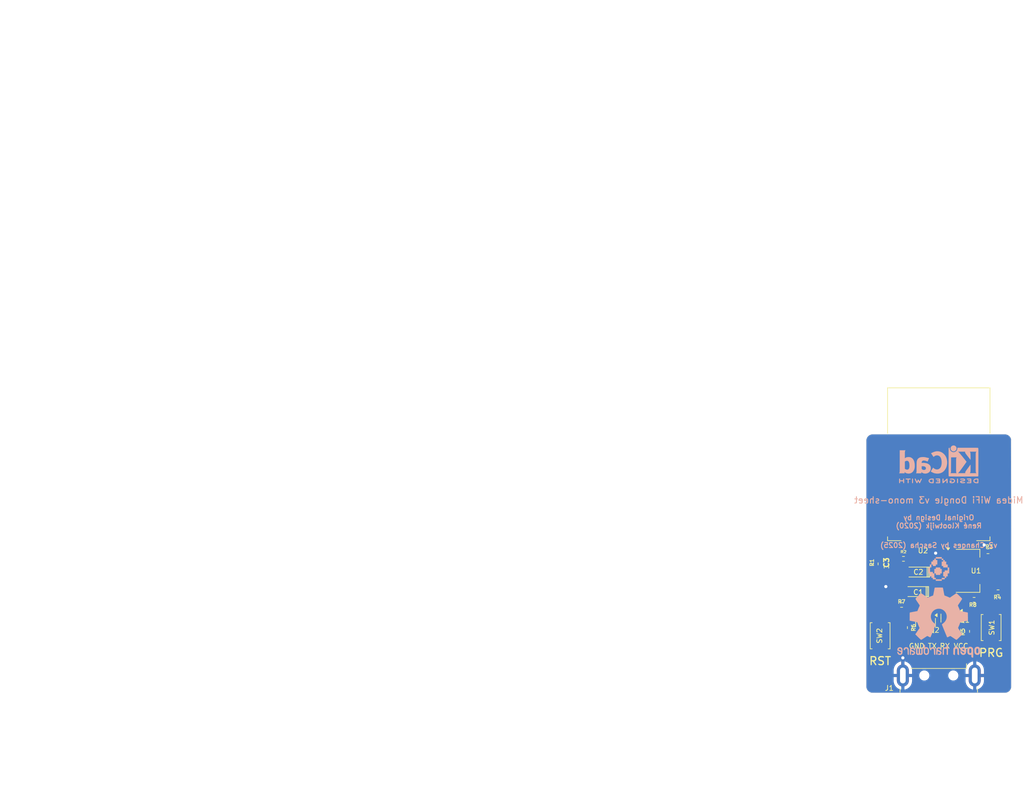
<source format=kicad_pcb>
(kicad_pcb (version 20241229) (generator "pcbnew") (generator_version "9.0")
  (title_block (rev "1"))
  (layers (0 "F.Cu" signal "Front") (2 "B.Cu" signal "Back") (13 "F.Paste" user) (15 "B.Paste" user) (5 "F.SilkS" user "F.Silkscreen") (7 "B.SilkS" user "B.Silkscreen") (1 "F.Mask" user) (3 "B.Mask" user) (25 "Edge.Cuts" user))
  (net 0 "")
  (net 1 "GND")
  (net 2 "+5V")
  (net 3 "/RESET")
  (net 4 "+3V3")
  (net 5 "/RX_USB")
  (net 6 "/TX_USB")
  (net 7 "/GPIO9")
  (net 8 "/EN")
  (net 9 "/GPIO7")
  (net 24 "/RN1-6")
  (net 25 "/RN1-5")
  (footprint "RF_Module:WT0132C6-S5" (layer "F.Cu") (at 153.9 88.3)
    (property "Reference" "U2" (at -2.5 13.7 0) (layer "F.SilkS") (effects (font (size 0.8 0.8) (thickness 0.13))))
    (property "Value" "WT0132C6-S5")
    (pad "1" smd rect (at -7.6 -3.5) (size 2.5 1) (layers "F.Cu" "F.Mask" "F.Paste") (net 3 "/RESET"))
    (pad "2" smd rect (at -7.6 -1.5) (size 2.5 1) (layers "F.Cu" "F.Mask" "F.Paste"))
    (pad "3" smd rect (at -7.6 0.5) (size 2.5 1) (layers "F.Cu" "F.Mask" "F.Paste") (net 8 "/EN"))
    (pad "4" smd rect (at -7.6 2.5) (size 2.5 1) (layers "F.Cu" "F.Mask" "F.Paste"))
    (pad "5" smd rect (at -7.6 4.5) (size 2.5 1) (layers "F.Cu" "F.Mask" "F.Paste"))
    (pad "6" smd rect (at -7.6 6.5) (size 2.5 1) (layers "F.Cu" "F.Mask" "F.Paste"))
    (pad "7" smd rect (at -7.6 8.5) (size 2.5 1) (layers "F.Cu" "F.Mask" "F.Paste"))
    (pad "8" smd rect (at -7.6 10.5) (size 2.5 1) (layers "F.Cu" "F.Mask" "F.Paste") (net 4 "+3V3"))
    (pad "9" smd rect (at -5 12) (size 1 1.8) (layers "F.Cu" "F.Mask" "F.Paste"))
    (pad "10" smd rect (at -3 12) (size 1 1.8) (layers "F.Cu" "F.Mask" "F.Paste"))
    (pad "11" smd rect (at -1 12) (size 1 1.8) (layers "F.Cu" "F.Mask" "F.Paste"))
    (pad "12" smd rect (at 1 12) (size 1 1.8) (layers "F.Cu" "F.Mask" "F.Paste"))
    (pad "13" smd rect (at 3 12) (size 1 1.8) (layers "F.Cu" "F.Mask" "F.Paste"))
    (pad "14" smd rect (at 5 12) (size 1 1.8) (layers "F.Cu" "F.Mask" "F.Paste"))
    (pad "15" smd rect (at 7.6 10.5) (size 2.5 1) (layers "F.Cu" "F.Mask" "F.Paste") (net 1 "GND"))
    (pad "16" smd rect (at 7.6 8.5) (size 2.5 1) (layers "F.Cu" "F.Mask" "F.Paste") (net 9 "/GPIO7"))
    (pad "17" smd rect (at 7.6 6.5) (size 2.5 1) (layers "F.Cu" "F.Mask" "F.Paste"))
    (pad "18" smd rect (at 7.6 4.5) (size 2.5 1) (layers "F.Cu" "F.Mask" "F.Paste") (net 7 "/GPIO9"))
    (pad "19" smd rect (at 7.6 2.5) (size 2.5 1) (layers "F.Cu" "F.Mask" "F.Paste"))
    (pad "20" smd rect (at 7.6 0.5) (size 2.5 1) (layers "F.Cu" "F.Mask" "F.Paste"))
    (pad "21" smd rect (at 7.6 -1.5) (size 2.5 1) (layers "F.Cu" "F.Mask" "F.Paste") (net 24 "/RN1-6"))
    (pad "22" smd rect (at 7.6 -3.5) (size 2.5 1) (layers "F.Cu" "F.Mask" "F.Paste") (net 25 "/RN1-5"))
    (zone (net 0) (net_name "") (layers "F.Cu" "B.Cu") (connect_pads (clearance 0)) (min_thickness 0.254)
      (keepout (tracks not_allowed) (vias not_allowed) (pads not_allowed) (copperpour not_allowed) (footprints not_allowed))
      (fill (thermal_gap 0.508) (thermal_bridge_width 0.508))
      (polygon (pts (xy 145.78 83.5) (xy 162.02 83.5) (xy 162.02 76.18) (xy 145.78 76.18)))
    )
  )
  (footprint "Andys-Footprints:CP_1.62x0.84mm_0603_1608metric_HandSolder" (layer "F.Cu") (at 150 108.5 180)
    (property "Reference" "C1" (at -0.6425 -0.1 0) (layer "F.SilkS") (effects (font (size 0.8 0.8) (thickness 0.13))))
    (property "Value" "22uF")
    (pad "1" smd roundrect (at -2.475 0.236 180) (size 1.4 1.35) (layers "F.Cu" "F.Mask" "F.Paste") (roundrect_rratio 0.238095) (net 2 "+5V"))
    (pad "2" smd roundrect (at 0.975 0.236 180) (size 1.4 1.35) (layers "F.Cu" "F.Mask" "F.Paste") (roundrect_rratio 0.238095) (net 1 "GND"))
  )
  (footprint "Package_TO_SOT_SMD:SOT-223" (layer "F.Cu") (at 158.5025 105.2)
    (property "Reference" "U1" (at 1.2975 0 0) (layer "F.SilkS") (effects (font (size 0.8 0.8) (thickness 0.13))))
    (property "Value" "AMS1117-3.3" (hide yes))
    (pad "1" smd roundrect (at -3.15 -2.3) (size 2 1.5) (layers "F.Cu" "F.Mask" "F.Paste") (net 1 "GND"))
    (pad "2" smd roundrect (at -3.15 0) (size 2 1.5) (layers "F.Cu" "F.Mask" "F.Paste") (net 4 "+3V3"))
    (pad "3" smd roundrect (at -3.15 2.3) (size 2 1.5) (layers "F.Cu" "F.Mask" "F.Paste") (net 2 "+5V"))
    (pad "4" smd roundrect (at 3.15 0) (size 2 3.8) (layers "F.Cu" "F.Mask" "F.Paste"))
  )
  (footprint "Resistor_SMD:R_0402_1005Metric_Pad0.72x0.64mm_HandSolder" (layer "F.Cu") (at 148.3 103.3 180)
    (property "Reference" "R2" (at 0 1.1 180) (layer "F.SilkS") (effects (font (size 0.4 0.5) (thickness 0.1))))
    (property "Value" "10k" (hide yes))
    (pad "1" smd roundrect (at -0.5975 0 180) (size 0.715 0.64) (layers "F.Cu" "F.Mask" "F.Paste") (net 8 "/EN"))
    (pad "2" smd roundrect (at 0.5975 0 180) (size 0.715 0.64) (layers "F.Cu" "F.Mask" "F.Paste") (net 4 "+3V3"))
  )
  (footprint "Resistor_SMD:R_0402_1005Metric_Pad0.72x0.64mm_HandSolder" (layer "F.Cu") (at 158.4 114.8 -90)
    (property "Reference" "R5" (at 0.1 0.7 270) (layer "F.SilkS") (effects (font (size 0.6 0.6) (thickness 0.13))))
    (property "Value" "10k")
    (pad "1" smd roundrect (at -0.5975 0 270) (size 0.715 0.64) (layers "F.Cu" "F.Mask" "F.Paste") (net 5 "/RX_USB"))
    (pad "2" smd roundrect (at 0.5975 0 270) (size 0.715 0.64) (layers "F.Cu" "F.Mask" "F.Paste") (net 2 "+5V"))
  )
  (footprint "Resistor_SMD:R_0402_1005Metric_Pad0.72x0.64mm_HandSolder" (layer "F.Cu") (at 149.3 114.21 -90)
    (property "Reference" "R6" (at 0 -0.6 270) (layer "F.SilkS") (effects (font (size 0.6 0.6) (thickness 0.13))))
    (property "Value" "10k")
    (pad "1" smd roundrect (at -0.5975 0 270) (size 0.715 0.64) (layers "F.Cu" "F.Mask" "F.Paste") (net 2 "+5V"))
    (pad "2" smd roundrect (at 0.5975 0 270) (size 0.715 0.64) (layers "F.Cu" "F.Mask" "F.Paste") (net 6 "/TX_USB"))
  )
  (footprint "Package_TO_SOT_SMD:SOT-23" (layer "F.Cu") (at 151.8 113.4 -90)
    (property "Reference" "Q2" (at 1.2 -1.4 0) (layer "F.SilkS") (effects (font (size 0.8 0.8) (thickness 0.12))))
    (property "Value" "BSS138")
    (pad "1" smd roundrect (at -0.9375 -0.95 270) (size 1.475 0.6) (layers "F.Cu" "F.Mask" "F.Paste") (net 4 "+3V3"))
    (pad "2" smd roundrect (at -0.9375 0.95 270) (size 1.475 0.6) (layers "F.Cu" "F.Mask" "F.Paste") (net 25 "/RN1-5"))
    (pad "3" smd roundrect (at 0.9375 0 270) (size 1.475 0.6) (layers "F.Cu" "F.Mask" "F.Paste") (net 6 "/TX_USB"))
  )
  (footprint "Package_TO_SOT_SMD:SOT-23" (layer "F.Cu") (at 155.8 112.7 -90)
    (property "Reference" "Q1" (at 0.3 -2.2 0) (layer "F.SilkS") (effects (font (size 0.8 0.8) (thickness 0.13))))
    (property "Value" "BSS138")
    (pad "1" smd roundrect (at -0.9375 -0.95 270) (size 1.475 0.6) (layers "F.Cu" "F.Mask" "F.Paste") (net 4 "+3V3"))
    (pad "2" smd roundrect (at -0.9375 0.95 270) (size 1.475 0.6) (layers "F.Cu" "F.Mask" "F.Paste") (net 24 "/RN1-6"))
    (pad "3" smd roundrect (at 0.9375 0 270) (size 1.475 0.6) (layers "F.Cu" "F.Mask" "F.Paste") (net 5 "/RX_USB"))
  )
  (footprint "Connector_USB:USB_A_CNCTech_1001-011-01101_Horizontal" (layer "F.Cu") (at 153.9 128.7 -90)
    (property "Reference" "J1" (at -4.9 7.85 0) (layer "F.SilkS") (effects (font (size 0.8 0.8) (thickness 0.13))))
    (property "Value" "USB_A")
    (fp_text user "GND" (at -11.1 4.8 0) (layer "F.SilkS") (effects (font (size 0.8 0.8) (thickness 0.13)) (justify left bottom)))
    (fp_text user "VCC" (at -11.1 -2.3 0) (layer "F.SilkS") (effects (font (size 0.8 0.8) (thickness 0.13)) (justify left bottom)))
    (fp_text user "TX" (at -11.1 1.8 0) (layer "F.SilkS") (effects (font (size 0.8 0.8) (thickness 0.13)) (justify left bottom)))
    (fp_text user "RX" (at -11.1 -0.1 0) (layer "F.SilkS") (effects (font (size 0.8 0.8) (thickness 0.13)) (justify left bottom)))
    (pad "" np_thru_hole circle (at -6.9 -2.3 270) (size 1.1 1.1) (drill 1.1) (layers "*.Cu" "*.Mask"))
    (pad "" np_thru_hole circle (at -6.9 2.3 270) (size 1.1 1.1) (drill 1.1) (layers "*.Cu" "*.Mask"))
    (pad "1" smd rect (at -9.65 -3.5 270) (size 2.5 1.1) (layers "F.Cu" "F.Mask" "F.Paste") (net 2 "+5V"))
    (pad "2" smd rect (at -9.65 -1 270) (size 2.5 1.1) (layers "F.Cu" "F.Mask" "F.Paste") (net 5 "/RX_USB"))
    (pad "3" smd rect (at -9.65 1 270) (size 2.5 1.1) (layers "F.Cu" "F.Mask" "F.Paste") (net 6 "/TX_USB"))
    (pad "4" smd rect (at -9.65 3.5 270) (size 2.5 1.1) (layers "F.Cu" "F.Mask" "F.Paste") (net 1 "GND"))
    (pad "5" thru_hole oval (at -6.9 -5.7 270) (size 3.5 1.9) (drill oval 2.5 0.9) (property pad_prop_heatsink) (layers "*.Cu" "*.Mask") (net 1 "GND"))
    (pad "5" thru_hole oval (at -6.9 5.7 270) (size 3.5 1.9) (drill oval 2.5 0.9) (property pad_prop_heatsink) (layers "*.Cu" "*.Mask") (net 1 "GND"))
  )
  (footprint "Resistor_SMD:R_0402_1005Metric_Pad0.72x0.64mm_HandSolder" (layer "F.Cu") (at 159.5 109.8 180)
    (property "Reference" "R8" (at 0.2 -0.8 180) (layer "F.SilkS") (effects (font (size 0.6 0.6) (thickness 0.13))))
    (property "Value" "10k")
    (pad "1" smd roundrect (at -0.5975 0 180) (size 0.715 0.64) (layers "F.Cu" "F.Mask" "F.Paste") (net 4 "+3V3"))
    (pad "2" smd roundrect (at 0.5975 0 180) (size 0.715 0.64) (layers "F.Cu" "F.Mask" "F.Paste") (net 24 "/RN1-6"))
  )
  (footprint "Button_Switch_SMD:SW_Push_SPST_NO_Alps_SKRK" (layer "F.Cu") (at 144.6 115.5 90)
    (property "Reference" "SW2" (at 0 -0.1 90) (layer "F.SilkS") (effects (font (size 0.8 0.8) (thickness 0.13))))
    (property "Value" "SW_Push")
    (fp_text user "RST" (at -4 0 0) (layer "F.SilkS") (effects (font (size 1.27 1.27) (thickness 0.2))))
    (pad "1" smd roundrect (at -2.1 0 90) (size 1 2) (layers "F.Cu" "F.Mask" "F.Paste") (net 1 "GND"))
    (pad "2" smd roundrect (at 2.1 0 90) (size 1 2) (layers "F.Cu" "F.Mask" "F.Paste") (net 3 "/RESET"))
  )
  (footprint "Andys-Footprints:CP_1.62x0.84mm_0603_1608metric_HandSolder" (layer "F.Cu") (at 150.165 105.4 180)
    (property "Reference" "C2" (at -0.5 0 0) (layer "F.SilkS") (effects (font (size 0.8 0.8) (thickness 0.13))))
    (property "Value" "22uF")
    (pad "1" smd roundrect (at -2.475 -0.2 180) (size 1.4 1.35) (layers "F.Cu" "F.Mask" "F.Paste") (roundrect_rratio 0.238095) (net 4 "+3V3"))
    (pad "2" smd roundrect (at 0.975 -0.2 180) (size 1.4 1.35) (layers "F.Cu" "F.Mask" "F.Paste") (roundrect_rratio 0.238095) (net 1 "GND"))
  )
  (footprint "Resistor_SMD:R_0402_1005Metric_Pad0.72x0.64mm_HandSolder" (layer "F.Cu") (at 143.9 104.1 90)
    (property "Reference" "R1" (at 0.2 -0.6 90) (layer "F.SilkS") (effects (font (size 0.6 0.6) (thickness 0.13))))
    (property "Value" "10k")
    (pad "1" smd roundrect (at -0.5975 0 90) (size 0.715 0.64) (layers "F.Cu" "F.Mask" "F.Paste") (net 3 "/RESET"))
    (pad "2" smd roundrect (at 0.5975 0 90) (size 0.715 0.64) (layers "F.Cu" "F.Mask" "F.Paste") (net 4 "+3V3"))
  )
  (footprint "Resistor_SMD:R_0402_1005Metric_Pad0.72x0.64mm_HandSolder" (layer "F.Cu") (at 163.3 108.6 180)
    (property "Reference" "R4" (at 0.1 -0.8 180) (layer "F.SilkS") (effects (font (size 0.6 0.6) (thickness 0.13))))
    (property "Value" "10k" (hide yes))
    (pad "1" smd roundrect (at -0.5975 0 180) (size 0.715 0.64) (layers "F.Cu" "F.Mask" "F.Paste") (net 7 "/GPIO9"))
    (pad "2" smd roundrect (at 0.5975 0 180) (size 0.715 0.64) (layers "F.Cu" "F.Mask" "F.Paste") (net 4 "+3V3"))
  )
  (footprint "Resistor_SMD:R_0402_1005Metric_Pad0.72x0.64mm_HandSolder" (layer "F.Cu") (at 148 110.6 180)
    (property "Reference" "R7" (at 0 0.5 180) (layer "F.SilkS") (effects (font (size 0.6 0.6) (thickness 0.13))))
    (property "Value" "10k" (hide yes))
    (pad "1" smd roundrect (at -0.5975 0 180) (size 0.715 0.64) (layers "F.Cu" "F.Mask" "F.Paste") (net 25 "/RN1-5"))
    (pad "2" smd roundrect (at 0.5975 0 180) (size 0.715 0.64) (layers "F.Cu" "F.Mask" "F.Paste") (net 4 "+3V3"))
  )
  (footprint "Button_Switch_SMD:SW_Push_SPST_NO_Alps_SKRK" (layer "F.Cu") (at 162.2 114.2 90)
    (property "Reference" "SW1" (at 0 0.1 90) (layer "F.SilkS") (effects (font (size 0.8 0.8) (thickness 0.13))))
    (property "Value" "SW_Push")
    (fp_text user "PRG" (at -4 0 0) (layer "F.SilkS") (effects (font (size 1.27 1.27) (thickness 0.2))))
    (pad "1" smd roundrect (at -2.1 0 90) (size 1 2) (layers "F.Cu" "F.Mask" "F.Paste") (net 1 "GND"))
    (pad "2" smd roundrect (at 2.1 0 90) (size 1 2) (layers "F.Cu" "F.Mask" "F.Paste") (net 7 "/GPIO9"))
  )
  (footprint "Capacitor_SMD:CP_1.62x0.84mm_0603_1608Metric" (layer "F.Cu") (at 145.6 104.65 90)
    (property "Reference" "C3" (at 0.75 0 90) (layer "F.SilkS") (effects (font (size 0.8 0.8) (thickness 0.2))))
    (property "Value" "100nF")
    (pad "1" smd roundrect (at -1 0 90) (size 1.3 1.15) (layers "F.Cu" "F.Mask" "F.Paste") (net 1 "GND"))
    (pad "2" smd roundrect (at 2.5 0 90) (size 1.3 1.15) (layers "F.Cu" "F.Mask" "F.Paste") (net 4 "+3V3"))
  )
  (footprint "Resistor_SMD:R_0402_1005Metric_Pad0.72x0.64mm_HandSolder" (layer "F.Cu") (at 161.7 102.1 180)
    (property "Reference" "R3" (at -0.2 0.7 180) (layer "F.SilkS") (effects (font (size 0.6 0.6) (thickness 0.13))))
    (property "Value" "10k" (hide yes))
    (pad "1" smd roundrect (at -0.5975 0 180) (size 0.715 0.64) (layers "F.Cu" "F.Mask" "F.Paste") (net 9 "/GPIO7"))
    (pad "2" smd roundrect (at 0.5975 0 180) (size 0.715 0.64) (layers "F.Cu" "F.Mask" "F.Paste") (net 1 "GND"))
  )
  (footprint "Symbol:OSHW-Logo2_14.6x12mm_SilkScreen" (layer "B.Cu") (at 153.9 113.4 180)
    (property "Reference" "REF**" (hide yes))
    (property "Value" "OSHW-Logo2_14.6x12mm_SilkScreen" (hide yes))
  )
  (footprint "Symbol:KiCad-Logo2_5mm_SilkScreen" (layer "B.Cu") (at 153.9 88.3 180)
    (property "Reference" "REF**" (hide yes))
    (property "Value" "KiCad-Logo2_5mm_SilkScreen" (hide yes))
  )
  (footprint "Andys-Footprints:Yoshi-Egg-Small" (layer "B.Cu") (at 153.9 104.9 180)
    (property "Reference" "G1" (hide yes))
    (property "Value" "LOGO" (hide yes))
  )
  (gr_line (start 143.4 124.55) (end 164.4 124.55) (stroke (width 0.0381)) (layer "Edge.Cuts"))
  (gr_line (start 165.4 84.55) (end 165.4 123.55) (stroke (width 0.0381)) (layer "Edge.Cuts"))
  (gr_line (start 143.4 83.55) (end 164.4 83.55) (stroke (width 0.0381)) (layer "Edge.Cuts"))
  (gr_line (start 142.4 84.55) (end 142.4 123.55) (stroke (width 0.0381)) (layer "Edge.Cuts"))
  (gr_arc (start 142.4 84.55) (mid 142.692893 83.842893) (end 143.4 83.55) (stroke (width 0.0381)) (layer "Edge.Cuts"))
  (gr_arc (start 165.4 123.55) (mid 165.107107 124.257107) (end 164.4 124.55) (stroke (width 0.0381)) (layer "Edge.Cuts"))
  (gr_arc (start 143.4 124.55) (mid 142.692893 124.257107) (end 142.4 123.55) (stroke (width 0.0381)) (layer "Edge.Cuts"))
  (gr_arc (start 164.4 83.55) (mid 165.107107 83.842893) (end 165.4 84.55) (stroke (width 0.0381)) (layer "Edge.Cuts"))
  (gr_text "Original Design by\nRené Klootwijk (2020)" (at 153.9 97.4075 0) (layer "B.SilkS") (effects (font (size 0.8 0.8) (thickness 0.1524)) (justify mirror)))
  (gr_text "Midea WiFi Dongle v3 mono-sheet" (at 153.9 94 0) (layer "B.SilkS") (effects (font (size 1.016 1.016) (thickness 0.1524)) (justify mirror)))
  (gr_text "v2 Changes by Sascha (2025)" (at 153.9 101.15 0) (layer "B.SilkS") (effects (font (size 0.8 0.8) (thickness 0.1524)) (justify mirror)))
  (segment (start 148.936 107.7) (end 149.05 107.586) (width 0.5) (layer "F.Cu") (net 1))
  (segment (start 161.45 98.917) (end 161.467 98.9) (width 0.127) (layer "F.Cu") (net 1))
  (segment (start 148.2 107.7) (end 148.936 107.7) (width 0.5) (layer "F.Cu") (net 1))
  (segment (start 148.2 119) (end 150.4 119) (width 0.5) (layer "F.Cu") (net 1))
  (segment (start 148.2 119) (end 145 119) (width 0.5) (layer "F.Cu") (net 1))
  (segment (start 144.6 118.6) (end 144.6 117.6) (width 0.5) (layer "F.Cu") (net 1))
  (segment (start 153.9 102.9) (end 155.3525 102.9) (width 0.4) (layer "F.Cu") (net 1))
  (segment (start 162.2 121.6) (end 162 121.8) (width 0.5) (layer "F.Cu") (net 1))
  (segment (start 145.5 107.7) (end 148.2 107.7) (width 0.5) (layer "F.Cu") (net 1))
  (segment (start 162.2 116.3) (end 162.2 121.6) (width 0.5) (layer "F.Cu") (net 1))
  (segment (start 162 121.8) (end 159.6 121.8) (width 0.5) (layer "F.Cu") (net 1))
  (segment (start 162.2 116.3) (end 162.2 117.8) (width 0.3) (layer "F.Cu") (net 1))
  (segment (start 148.461 107.7) (end 149.025 108.264) (width 0.5) (layer "F.Cu") (net 1))
  (segment (start 145.6 105.585) (end 145.6 105.751) (width 0.127) (layer "F.Cu") (net 1))
  (segment (start 161.1 101.1) (end 161.1 102) (width 0.3) (layer "F.Cu") (net 1))
  (segment (start 161.45 100.45) (end 161.45 98.917) (width 0.5) (layer "F.Cu") (net 1))
  (segment (start 145.6 107.6) (end 145.6 105.751) (width 0.5) (layer "F.Cu") (net 1))
  (segment (start 161.1 100.8) (end 161.45 100.45) (width 0.5) (layer "F.Cu") (net 1))
  (segment (start 148.2 119) (end 148.2 121.75) (width 0.5) (layer "F.Cu") (net 1))
  (segment (start 148.2 107.7) (end 148.461 107.7) (width 0.5) (layer "F.Cu") (net 1))
  (segment (start 161.1 101.1) (end 161.1 100.8) (width 0.5) (layer "F.Cu") (net 1))
  (segment (start 149.05 107.586) (end 149.05 105.2) (width 0.5) (layer "F.Cu") (net 1))
  (segment (start 145.5 107.7) (end 145.6 107.6) (width 0.5) (layer "F.Cu") (net 1))
  (segment (start 145 119) (end 144.6 118.6) (width 0.5) (layer "F.Cu") (net 1))
  (segment (start 153.4 102.4) (end 153.9 102.9) (width 0.4) (layer "F.Cu") (net 1))
  (via (at 153.4 102.4) (size 1) (drill 0.5) (layers "F.Cu" "B.Cu") (net 1))
  (via (at 145.5 107.7) (size 1) (drill 0.5) (layers "F.Cu" "B.Cu") (net 1))
  (via (at 148.2 119) (size 1) (drill 0.5) (layers "F.Cu" "B.Cu") (net 1))
  (via (at 161.1 101.1) (size 1) (drill 0.5) (layers "F.Cu" "B.Cu") (net 1))
  (segment (start 151.7 120.4) (end 151.7 116.4) (width 0.4) (layer "F.Cu") (net 2))
  (segment (start 152.475 108.825) (end 151.7 109.6) (width 0.4) (layer "F.Cu") (net 2))
  (segment (start 154.5885 108.264) (end 155.3525 107.5) (width 0.4) (layer "F.Cu") (net 2))
  (segment (start 151.7 109.6) (end 145.5 109.6) (width 0.4) (layer "F.Cu") (net 2))
  (segment (start 154.3 123) (end 151.7 120.4) (width 0.4) (layer "F.Cu") (net 2))
  (segment (start 157.4 119.05) (end 157.4 122.3) (width 0.4) (layer "F.Cu") (net 2))
  (segment (start 145.2 110.9) (end 146.7 112.4) (width 0.4) (layer "F.Cu") (net 2))
  (segment (start 145.5 109.6) (end 145.2 109.9) (width 0.4) (layer "F.Cu") (net 2))
  (segment (start 152.136 108.264) (end 152.475 108.264) (width 0.5) (layer "F.Cu") (net 2))
  (segment (start 151.7 116.4) (end 147.5 116.4) (width 0.4) (layer "F.Cu") (net 2))
  (segment (start 146.7 112.9) (end 147.5 113.7) (width 0.4) (layer "F.Cu") (net 2))
  (segment (start 147.5 116.4) (end 147.5 113.7) (width 0.4) (layer "F.Cu") (net 2))
  (segment (start 147.6125 113.6125) (end 149.3 113.6125) (width 0.4) (layer "F.Cu") (net 2))
  (segment (start 158.4 115.3975) (end 158.4 118.05) (width 0.4) (layer "F.Cu") (net 2))
  (segment (start 158.4 118.05) (end 157.4 119.05) (width 0.4) (layer "F.Cu") (net 2))
  (segment (start 152.475 108.264) (end 154.5885 108.264) (width 0.4) (layer "F.Cu") (net 2))
  (segment (start 146.7 112.4) (end 146.7 112.9) (width 0.4) (layer "F.Cu") (net 2))
  (segment (start 152.475 108.264) (end 152.475 108.825) (width 0.4) (layer "F.Cu") (net 2))
  (segment (start 145.2 109.9) (end 145.2 110.9) (width 0.4) (layer "F.Cu") (net 2))
  (segment (start 156.7 123) (end 154.3 123) (width 0.4) (layer "F.Cu") (net 2))
  (segment (start 157.4 122.3) (end 156.7 123) (width 0.4) (layer "F.Cu") (net 2))
  (segment (start 142.8 104.5) (end 143 104.7) (width 0.3) (layer "F.Cu") (net 3))
  (segment (start 142.8 85.2) (end 143.2 84.8) (width 0.3) (layer "F.Cu") (net 3))
  (segment (start 143.0025 104.6975) (end 143.9 104.6975) (width 0.3) (layer "F.Cu") (net 3))
  (segment (start 142.8 85.2) (end 142.8 104.5) (width 0.3) (layer "F.Cu") (net 3))
  (segment (start 142.8 104.5) (end 142.8 111.6) (width 0.3) (layer "F.Cu") (net 3))
  (segment (start 142.8 111.6) (end 144.6 113.4) (width 0.3) (layer "F.Cu") (net 3))
  (segment (start 146.3 84.8) (end 143.2 84.8) (width 0.3) (layer "F.Cu") (net 3))
  (segment (start 143 104.7) (end 143.0025 104.6975) (width 0.3) (layer "F.Cu") (net 3))
  (segment (start 149.1 112) (end 148.1 112) (width 0.3) (layer "F.Cu") (net 4))
  (segment (start 145.65 102.45) (end 146.3 101.8) (width 0.4) (layer "F.Cu") (net 4))
  (segment (start 143.9 103.5025) (end 143.9 102.4) (width 0.4) (layer "F.Cu") (net 4))
  (segment (start 159.8 114.2) (end 159.8 112.1) (width 0.3) (layer "F.Cu") (net 4))
  (segment (start 150.1 113) (end 149.1 112) (width 0.3) (layer "F.Cu") (net 4))
  (segment (start 144 98.8) (end 144 85.8) (width 0.3) (layer "F.Cu") (net 4))
  (segment (start 145.6 102.45) (end 145.65 102.45) (width 0.5) (layer "F.Cu") (net 4))
  (segment (start 150.3 113.8) (end 150.1 113.6) (width 0.3) (layer "F.Cu") (net 4))
  (segment (start 146.3 101.8) (end 146.3 98.8) (width 0.4) (layer "F.Cu") (net 4))
  (segment (start 147.7025 103.3) (end 147.614214 103.3) (width 0.5) (layer "F.Cu") (net 4))
  (segment (start 157.2 111.7) (end 155.9 111.7) (width 0.3) (layer "F.Cu") (net 4))
  (segment (start 146.3 98.8) (end 144 98.8) (width 0.3) (layer "F.Cu") (net 4))
  (segment (start 159.8 112.1) (end 159.4 111.7) (width 0.3) (layer "F.Cu") (net 4))
  (segment (start 146.8 103.9) (end 146.8 102.3) (width 0.4) (layer "F.Cu") (net 4))
  (segment (start 165 114.2) (end 164.8 114.4) (width 0.3) (layer "F.Cu") (net 4))
  (segment (start 159.4 111.7) (end 157.2 111.7) (width 0.3) (layer "F.Cu") (net 4))
  (segment (start 161.3 108.6) (end 160.1 109.8) (width 0.3) (layer "F.Cu") (net 4))
  (segment (start 159.6 111.5) (end 160.1 111) (width 0.3) (layer "F.Cu") (net 4))
  (segment (start 155.9 112.1) (end 154.8 113.2) (width 0.3) (layer "F.Cu") (net 4))
  (segment (start 164.270702 83.8) (end 165 84.529298) (width 0.3) (layer "F.Cu") (net 4))
  (segment (start 146.65 102.15) (end 145.6 102.15) (width 0.4) (layer "F.Cu") (net 4))
  (segment (start 151.84528 112.85) (end 150.9 113.79528) (width 0.3) (layer "F.Cu") (net 4))
  (segment (start 145.6 102.15) (end 144.15 102.15) (width 0.4) (layer "F.Cu") (net 4))
  (segment (start 162.705 108.6) (end 161.3 108.6) (width 0.3) (layer "F.Cu") (net 4))
  (segment (start 153.8 104.2) (end 154.1 104.2) (width 0.4) (layer "F.Cu") (net 4))
  (segment (start 147.7 104.2) (end 147.7 104) (width 0.4) (layer "F.Cu") (net 4))
  (segment (start 147.4025 111.2975) (end 147.4025 110.6) (width 0.3) (layer "F.Cu") (net 4))
  (segment (start 148.1 112) (end 147.4 111.3) (width 0.3) (layer "F.Cu") (net 4))
  (segment (start 153.1 105.2) (end 154.1 104.2) (width 0.4) (layer "F.Cu") (net 4))
  (segment (start 150.1 113.6) (end 150.1 113) (width 0.3) (layer "F.Cu") (net 4))
  (segment (start 147.7 104.2) (end 147.1 104.2) (width 0.4) (layer "F.Cu") (net 4))
  (segment (start 160 114.4) (end 159.8 114.2) (width 0.3) (layer "F.Cu") (net 4))
  (segment (start 165 84.529298) (end 165 114.2) (width 0.3) (layer "F.Cu") (net 4))
  (segment (start 150.59056 113.8) (end 150.3 113.8) (width 0.3) (layer "F.Cu") (net 4))
  (segment (start 144 85.8) (end 148.5 85.8) (width 0.3) (layer "F.Cu") (net 4))
  (segment (start 152.75 112.4625) (end 152.0375 112.4625) (width 0.3) (layer "F.Cu") (net 4))
  (segment (start 150.5 83.8) (end 164.270702 83.8) (width 0.3) (layer "F.Cu") (net 4))
  (segment (start 146.8 102.3) (end 146.65 102.15) (width 0.4) (layer "F.Cu") (net 4))
  (segment (start 155.9 111.7) (end 155.9 112.1) (width 0.3) (layer "F.Cu") (net 4))
  (segment (start 148.5 85.8) (end 150.5 83.8) (width 0.3) (layer "F.Cu") (net 4))
  (segment (start 147.7025 103.9975) (end 147.7025 103.3) (width 0.4) (layer "F.Cu") (net 4))
  (segment (start 154.3 104.2) (end 155.3 105.2) (width 0.4) (layer "F.Cu") (net 4))
  (segment (start 153.8 104.2) (end 154.3 104.2) (width 0.4) (layer "F.Cu") (net 4))
  (segment (start 147.4 111.3) (end 147.4025 111.2975) (width 0.3) (layer "F.Cu") (net 4))
  (segment (start 147.1 104.2) (end 146.8 103.9) (width 0.4) (layer "F.Cu") (net 4))
  (segment (start 144.15 102.15) (end 143.9 102.4) (width 0.4) (layer "F.Cu") (net 4))
  (segment (start 157.2 111.7) (end 156.8125 111.7) (width 0.3) (layer "F.Cu") (net 4))
  (segment (start 152.0375 112.4625) (end 151.84528 112.65472) (width 0.3) (layer "F.Cu") (net 4))
  (segment (start 160.1 109.8) (end 160.1 111) (width 0.3) (layer "F.Cu") (net 4))
  (segment (start 147.7 104) (end 147.7025 103.9975) (width 0.4) (layer "F.Cu") (net 4))
  (segment (start 159.4 111.7) (end 159.6 111.5) (width 0.3) (layer "F.Cu") (net 4))
  (segment (start 150.9 113.79528) (end 150.59528 113.79528) (width 0.3) (layer "F.Cu") (net 4))
  (segment (start 154.8 113.2) (end 153.4875 113.2) (width 0.3) (layer "F.Cu") (net 4))
  (segment (start 147.7 104.2) (end 153.8 104.2) (width 0.4) (layer "F.Cu") (net 4))
  (segment (start 156.8125 111.7) (end 156.75 111.7625) (width 0.3) (layer "F.Cu") (net 4))
  (segment (start 150.59528 113.79528) (end 150.59056 113.8) (width 0.3) (layer "F.Cu") (net 4))
  (segment (start 153.4875 113.2) (end 152.75 112.4625) (width 0.3) (layer "F.Cu") (net 4))
  (segment (start 164.8 114.4) (end 160 114.4) (width 0.3) (layer "F.Cu") (net 4))
  (segment (start 151.84528 112.65472) (end 151.84528 112.85) (width 0.3) (layer "F.Cu") (net 4))
  (segment (start 155.3 105.2) (end 155.3525 105.2) (width 0.5) (layer "F.Cu") (net 4))
  (segment (start 156.365 114.2025) (end 158.4 114.2025) (width 0.3) (layer "F.Cu") (net 5))
  (segment (start 154.9 116.3) (end 154.9 119.05) (width 0.3) (layer "F.Cu") (net 5))
  (segment (start 155.8 115.4) (end 154.9 116.3) (width 0.3) (layer "F.Cu") (net 5))
  (segment (start 155.8 113.6375) (end 155.8 115.4) (width 0.3) (layer "F.Cu") (net 5))
  (segment (start 155.8 113.6375) (end 156.365 114.2025) (width 0.3) (layer "F.Cu") (net 5))
  (segment (start 158.4 114.2025) (end 158.4 113.9625) (width 0.3) (layer "F.Cu") (net 5))
  (segment (start 152.9 115.4375) (end 152.9 119.05) (width 0.3) (layer "F.Cu") (net 6))
  (segment (start 151.8 114.3375) (end 152.9 115.4375) (width 0.3) (layer "F.Cu") (net 6))
  (segment (start 151.8 114.3375) (end 151.8 115.2) (width 0.3) (layer "F.Cu") (net 6))
  (segment (start 151.6 115.4) (end 149.8925 115.4) (width 0.3) (layer "F.Cu") (net 6))
  (segment (start 151.8 115.2) (end 151.6 115.4) (width 0.3) (layer "F.Cu") (net 6))
  (segment (start 149.8925 115.4) (end 149.3 114.8075) (width 0.3) (layer "F.Cu") (net 6))
  (segment (start 162.2 112.1) (end 163.9 110.4) (width 0.3) (layer "F.Cu") (net 7))
  (segment (start 162.2 112.014214) (end 162.2 112.1) (width 0.2) (layer "F.Cu") (net 7))
  (segment (start 163.8975 110.3975) (end 163.8975 108.6) (width 0.3) (layer "F.Cu") (net 7))
  (segment (start 161.5 92.8) (end 162.3 92.8) (width 0.3) (layer "F.Cu") (net 7))
  (segment (start 164.2 94.7) (end 164.2 108) (width 0.3) (layer "F.Cu") (net 7))
  (segment (start 163.9 110.4) (end 163.8975 110.3975) (width 0.3) (layer "F.Cu") (net 7))
  (segment (start 163.8975 108.3025) (end 163.8975 108.6) (width 0.3) (layer "F.Cu") (net 7))
  (segment (start 164.2 108) (end 163.8975 108.3025) (width 0.3) (layer "F.Cu") (net 7))
  (segment (start 162.3 92.8) (end 164.2 94.7) (width 0.3) (layer "F.Cu") (net 7))
  (segment (start 147.399286 88.8135) (end 146.5845 88.8135) (width 0.2) (layer "F.Cu") (net 8))
  (segment (start 146.3 88.8) (end 148.4 88.8) (width 0.3) (layer "F.Cu") (net 8))
  (segment (start 148.4 97.6) (end 149.9 99.1) (width 0.3) (layer "F.Cu") (net 8))
  (segment (start 149.9 99.1) (end 149.9 102.9) (width 0.3) (layer "F.Cu") (net 8))
  (segment (start 149.5 103.3) (end 148.8975 103.3) (width 0.3) (layer "F.Cu") (net 8))
  (segment (start 149.9 102.9) (end 149.5 103.3) (width 0.3) (layer "F.Cu") (net 8))
  (segment (start 148.4 88.8) (end 148.4 97.6) (width 0.3) (layer "F.Cu") (net 8))
  (segment (start 162.8 102.1) (end 163.5 101.4) (width 0.3) (layer "F.Cu") (net 9))
  (segment (start 163.5 101.4) (end 163.5 97.1) (width 0.3) (layer "F.Cu") (net 9))
  (segment (start 163.2 96.8) (end 163.5 97.1) (width 0.3) (layer "F.Cu") (net 9))
  (segment (start 163.2 96.8) (end 161.5 96.8) (width 0.3) (layer "F.Cu") (net 9))
  (segment (start 162.3 102.1) (end 162.8 102.1) (width 0.3) (layer "F.Cu") (net 9))
  (segment (start 155 110.3) (end 154.85 110.45) (width 0.3) (layer "F.Cu") (net 24))
  (segment (start 159.2 87.1) (end 159.2 98.5) (width 0.3) (layer "F.Cu") (net 24))
  (segment (start 159.8 102.1) (end 159.7 102.2) (width 0.3) (layer "F.Cu") (net 24))
  (segment (start 159.8 99.1) (end 159.8 102.1) (width 0.3) (layer "F.Cu") (net 24))
  (segment (start 159.5 86.8) (end 159.2 87.1) (width 0.3) (layer "F.Cu") (net 24))
  (segment (start 158.9 102.3) (end 158.9 109.8) (width 0.3) (layer "F.Cu") (net 24))
  (segment (start 158.4 110.3) (end 155 110.3) (width 0.3) (layer "F.Cu") (net 24))
  (segment (start 159.7 102.2) (end 159 102.2) (width 0.3) (layer "F.Cu") (net 24))
  (segment (start 154.7345 111.647) (end 154.7345 111.7625) (width 0.3) (layer "F.Cu") (net 24))
  (segment (start 161.5 86.8) (end 159.5 86.8) (width 0.3) (layer "F.Cu") (net 24))
  (segment (start 154.85 110.45) (end 154.85 111.7625) (width 0.3) (layer "F.Cu") (net 24))
  (segment (start 158.9 109.8) (end 158.4 110.3) (width 0.3) (layer "F.Cu") (net 24))
  (segment (start 154.6875 111.6) (end 154.7345 111.647) (width 0.3) (layer "F.Cu") (net 24))
  (segment (start 159 102.2) (end 158.9 102.3) (width 0.3) (layer "F.Cu") (net 24))
  (segment (start 159.2 98.5) (end 159.8 99.1) (width 0.3) (layer "F.Cu") (net 24))
  (segment (start 157.9 85.1) (end 157.9 109.3) (width 0.3) (layer "F.Cu") (net 25))
  (segment (start 158.2 84.8) (end 157.9 85.1) (width 0.3) (layer "F.Cu") (net 25))
  (segment (start 153 110.6) (end 148.9875 110.6) (width 0.3) (layer "F.Cu") (net 25))
  (segment (start 148.9875 110.6) (end 150.85 112.4625) (width 0.3) (layer "F.Cu") (net 25))
  (segment (start 161.5 84.8) (end 158.2 84.8) (width 0.3) (layer "F.Cu") (net 25))
  (segment (start 157.9 109.3) (end 154.3 109.3) (width 0.3) (layer "F.Cu") (net 25))
  (segment (start 154.3 109.3) (end 153 110.6) (width 0.3) (layer "F.Cu") (net 25))
  (zone (net 1) (net_name "GND") (layer "B.Cu") (connect_pads (clearance 0.508)) (min_thickness 0.254) (fill yes (thermal_gap 0.508) (thermal_bridge_width 0.508))
    (polygon (pts (xy 165.3125 76.1625) (xy 165.4725 129.9625) (xy 141.9025 129.9625) (xy 141.8225 76.0025)))
  )
)
</source>
